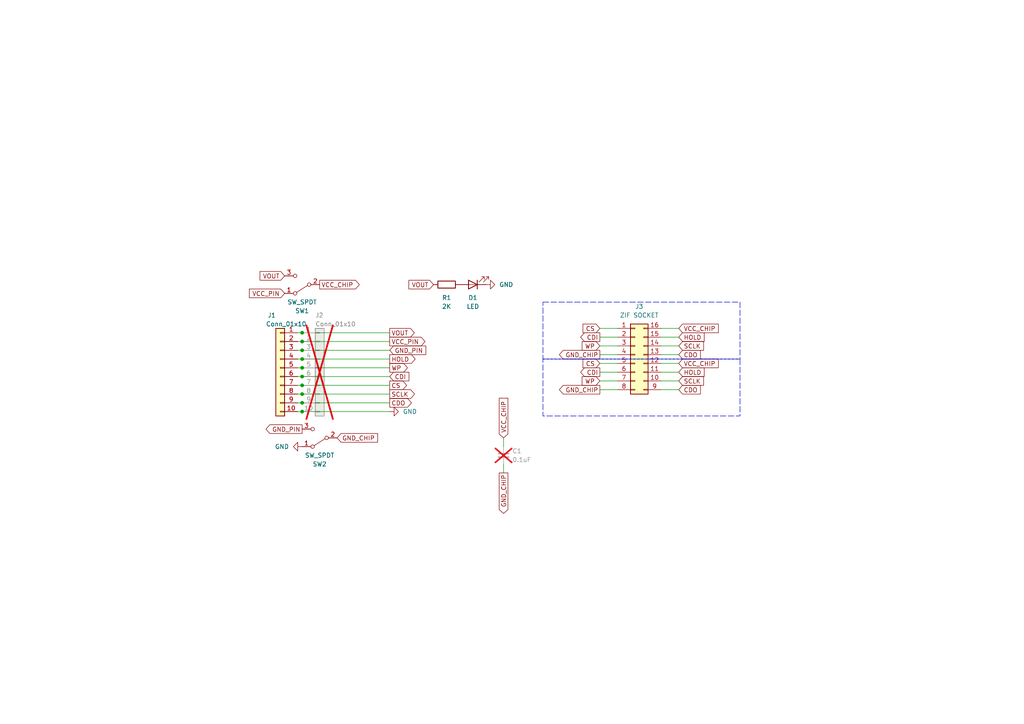
<source format=kicad_sch>
(kicad_sch (version 20250114) (generator "eeschema") (generator_version "9.0")
  (paper "A4")
  (lib_symbols
    (symbol "Connector_Generic:Conn_01x10" (pin_names (offset 1.016) (hide yes))
      (property "Reference" "J" (at 0 12.7 0))
      (property "Value" "Conn_01x10" (at 0 -15.24 0))
      (symbol "Conn_01x10_1_1"
        (rectangle (start -1.27 11.43) (end 1.27 -13.97) (stroke (width 0.254)) (fill (type background)))
        (rectangle (start -1.27 10.287) (end 0 10.033) (stroke (width 0.1524)))
        (rectangle (start -1.27 7.747) (end 0 7.493) (stroke (width 0.1524)))
        (rectangle (start -1.27 5.207) (end 0 4.953) (stroke (width 0.1524)))
        (rectangle (start -1.27 2.667) (end 0 2.413) (stroke (width 0.1524)))
        (rectangle (start -1.27 0.127) (end 0 -0.127) (stroke (width 0.1524)))
        (rectangle (start -1.27 -2.413) (end 0 -2.667) (stroke (width 0.1524)))
        (rectangle (start -1.27 -4.953) (end 0 -5.207) (stroke (width 0.1524)))
        (rectangle (start -1.27 -7.493) (end 0 -7.747) (stroke (width 0.1524)))
        (rectangle (start -1.27 -10.033) (end 0 -10.287) (stroke (width 0.1524)))
        (rectangle (start -1.27 -12.573) (end 0 -12.827) (stroke (width 0.1524)))
        (pin passive line (at -5.08 10.16 0) (length 3.81) (name "Pin_1") (number "1"))
        (pin passive line (at -5.08 7.62 0) (length 3.81) (name "Pin_2") (number "2"))
        (pin passive line (at -5.08 5.08 0) (length 3.81) (name "Pin_3") (number "3"))
        (pin passive line (at -5.08 2.54 0) (length 3.81) (name "Pin_4") (number "4"))
        (pin passive line (at -5.08 0 0) (length 3.81) (name "Pin_5") (number "5"))
        (pin passive line (at -5.08 -2.54 0) (length 3.81) (name "Pin_6") (number "6"))
        (pin passive line (at -5.08 -5.08 0) (length 3.81) (name "Pin_7") (number "7"))
        (pin passive line (at -5.08 -7.62 0) (length 3.81) (name "Pin_8") (number "8"))
        (pin passive line (at -5.08 -10.16 0) (length 3.81) (name "Pin_9") (number "9"))
        (pin passive line (at -5.08 -12.7 0) (length 3.81) (name "Pin_10") (number "10"))
      )
    )
    (symbol "Connector_Generic:Conn_02x08_Counter_Clockwise" (pin_names (offset 1.016) (hide yes))
      (property "Reference" "J" (at 1.27 10.16 0))
      (property "Value" "Conn_02x08_Counter_Clockwise" (at 1.27 -12.7 0))
      (symbol "Conn_02x08_Counter_Clockwise_1_1"
        (rectangle (start -1.27 8.89) (end 3.81 -11.43) (stroke (width 0.254)) (fill (type background)))
        (rectangle (start -1.27 7.747) (end 0 7.493) (stroke (width 0.1524)))
        (rectangle (start -1.27 5.207) (end 0 4.953) (stroke (width 0.1524)))
        (rectangle (start -1.27 2.667) (end 0 2.413) (stroke (width 0.1524)))
        (rectangle (start -1.27 0.127) (end 0 -0.127) (stroke (width 0.1524)))
        (rectangle (start -1.27 -2.413) (end 0 -2.667) (stroke (width 0.1524)))
        (rectangle (start -1.27 -4.953) (end 0 -5.207) (stroke (width 0.1524)))
        (rectangle (start -1.27 -7.493) (end 0 -7.747) (stroke (width 0.1524)))
        (rectangle (start -1.27 -10.033) (end 0 -10.287) (stroke (width 0.1524)))
        (rectangle (start 3.81 7.747) (end 2.54 7.493) (stroke (width 0.1524)))
        (rectangle (start 3.81 5.207) (end 2.54 4.953) (stroke (width 0.1524)))
        (rectangle (start 3.81 2.667) (end 2.54 2.413) (stroke (width 0.1524)))
        (rectangle (start 3.81 0.127) (end 2.54 -0.127) (stroke (width 0.1524)))
        (rectangle (start 3.81 -2.413) (end 2.54 -2.667) (stroke (width 0.1524)))
        (rectangle (start 3.81 -4.953) (end 2.54 -5.207) (stroke (width 0.1524)))
        (rectangle (start 3.81 -7.493) (end 2.54 -7.747) (stroke (width 0.1524)))
        (rectangle (start 3.81 -10.033) (end 2.54 -10.287) (stroke (width 0.1524)))
        (pin passive line (at -5.08 7.62 0) (length 3.81) (name "Pin_1") (number "1"))
        (pin passive line (at -5.08 5.08 0) (length 3.81) (name "Pin_2") (number "2"))
        (pin passive line (at -5.08 2.54 0) (length 3.81) (name "Pin_3") (number "3"))
        (pin passive line (at -5.08 0 0) (length 3.81) (name "Pin_4") (number "4"))
        (pin passive line (at -5.08 -2.54 0) (length 3.81) (name "Pin_5") (number "5"))
        (pin passive line (at -5.08 -5.08 0) (length 3.81) (name "Pin_6") (number "6"))
        (pin passive line (at -5.08 -7.62 0) (length 3.81) (name "Pin_7") (number "7"))
        (pin passive line (at -5.08 -10.16 0) (length 3.81) (name "Pin_8") (number "8"))
        (pin passive line (at 7.62 7.62 180) (length 3.81) (name "Pin_16") (number "16"))
        (pin passive line (at 7.62 5.08 180) (length 3.81) (name "Pin_15") (number "15"))
        (pin passive line (at 7.62 2.54 180) (length 3.81) (name "Pin_14") (number "14"))
        (pin passive line (at 7.62 0 180) (length 3.81) (name "Pin_13") (number "13"))
        (pin passive line (at 7.62 -2.54 180) (length 3.81) (name "Pin_12") (number "12"))
        (pin passive line (at 7.62 -5.08 180) (length 3.81) (name "Pin_11") (number "11"))
        (pin passive line (at 7.62 -7.62 180) (length 3.81) (name "Pin_10") (number "10"))
        (pin passive line (at 7.62 -10.16 180) (length 3.81) (name "Pin_9") (number "9"))
      )
    )
    (symbol "Device:C_Small" (pin_numbers (hide yes)) (pin_names (offset 0.254) (hide yes))
      (property "Reference" "C" (at 0.254 1.778 0))
      (property "Value" "C_Small" (at 0.254 -2.032 0))
      (symbol "C_Small_0_1"
        (polyline (pts (xy -1.524 0.508) (xy 1.524 0.508)) (stroke (width 0.3048)))
        (polyline (pts (xy -1.524 -0.508) (xy 1.524 -0.508)) (stroke (width 0.3302)))
      )
      (symbol "C_Small_1_1"
        (pin passive line (at 0 2.54 270) (length 2.032) (name "~") (number "1"))
        (pin passive line (at 0 -2.54 90) (length 2.032) (name "~") (number "2"))
      )
    )
    (symbol "Device:LED" (pin_numbers (hide yes)) (pin_names (offset 1.016) (hide yes))
      (property "Reference" "D" (at 0 2.54 0))
      (property "Value" "LED" (at 0 -2.54 0))
      (symbol "LED_0_1"
        (polyline (pts (xy -3.048 -0.762) (xy -4.572 -2.286) (xy -3.81 -2.286) (xy -4.572 -2.286) (xy -4.572 -1.524)))
        (polyline (pts (xy -1.778 -0.762) (xy -3.302 -2.286) (xy -2.54 -2.286) (xy -3.302 -2.286) (xy -3.302 -1.524)))
        (polyline (pts (xy -1.27 0) (xy 1.27 0)))
        (polyline (pts (xy -1.27 -1.27) (xy -1.27 1.27)) (stroke (width 0.254)))
        (polyline (pts (xy 1.27 -1.27) (xy 1.27 1.27) (xy -1.27 0) (xy 1.27 -1.27)) (stroke (width 0.254)))
      )
      (symbol "LED_1_1"
        (pin passive line (at -3.81 0 0) (length 2.54) (name "K") (number "1"))
        (pin passive line (at 3.81 0 180) (length 2.54) (name "A") (number "2"))
      )
    )
    (symbol "Device:R" (pin_numbers (hide yes)) (pin_names (offset 0))
      (property "Reference" "R" (at 2.032 0 90))
      (property "Value" "R" (at 0 0 90))
      (symbol "R_0_1"
        (rectangle (start -1.016 -2.54) (end 1.016 2.54) (stroke (width 0.254)))
      )
      (symbol "R_1_1"
        (pin passive line (at 0 3.81 270) (length 1.27) (name "~") (number "1"))
        (pin passive line (at 0 -3.81 90) (length 1.27) (name "~") (number "2"))
      )
    )
    (symbol "Switch:SW_SPDT" (pin_names (offset 0) (hide yes))
      (property "Reference" "SW" (at 0 4.318 0))
      (property "Value" "SW_SPDT" (at 0 -5.08 0))
      (symbol "SW_SPDT_0_0"
        (circle (center -2.032 0) (radius 0.508))
        (circle (center 2.032 -2.54) (radius 0.508))
      )
      (symbol "SW_SPDT_0_1"
        (polyline (pts (xy -1.524 0.254) (xy 1.651 2.286)))
        (circle (center 2.032 2.54) (radius 0.508))
      )
      (symbol "SW_SPDT_1_1"
        (pin passive line (at -5.08 0 0) (length 2.54) (name "B") (number "2"))
        (pin passive line (at 5.08 2.54 180) (length 2.54) (name "A") (number "1"))
        (pin passive line (at 5.08 -2.54 180) (length 2.54) (name "C") (number "3"))
      )
    )
    (symbol "power:GND" (power) (pin_names (offset 0))
      (property "Value" "GND" (at 0 -3.81 0))
      (symbol "GND_0_1"
        (polyline (pts (xy 0 0) (xy 0 -1.27) (xy 1.27 -1.27) (xy 0 -2.54) (xy -1.27 -1.27) (xy 0 -1.27)))
      )
      (symbol "GND_1_1"
        (pin power_in line (at 0 0 270) (length 0) (hide yes) (name "GND") (number "1"))
      )
    )
  )
  (rectangle (start 157.48 87.63) (end 214.63 104.14) (stroke (width 0) (type dash)))
  (rectangle (start 157.48 104.14) (end 214.63 120.65) (stroke (width 0) (type dash)))
  (junction (at 87.63 104.14))
  (junction (at 87.63 96.52))
  (junction (at 87.63 114.3))
  (junction (at 87.63 99.06))
  (junction (at 87.63 116.84))
  (junction (at 87.63 109.22))
  (junction (at 87.63 101.6))
  (junction (at 87.63 111.76))
  (junction (at 87.63 106.68))
  (junction (at 87.63 119.38))
  (wire (pts (xy 113.03 109.22) (xy 87.63 109.22)))
  (wire (pts (xy 113.03 101.6) (xy 87.63 101.6)))
  (wire (pts (xy 191.77 107.95) (xy 196.85 107.95)))
  (wire (pts (xy 87.63 116.84) (xy 86.36 116.84)))
  (wire (pts (xy 173.99 113.03) (xy 179.07 113.03)))
  (wire (pts (xy 173.99 105.41) (xy 179.07 105.41)))
  (wire (pts (xy 87.63 119.38) (xy 86.36 119.38)))
  (wire (pts (xy 113.03 96.52) (xy 87.63 96.52)))
  (wire (pts (xy 191.77 95.25) (xy 196.85 95.25)))
  (wire (pts (xy 87.63 96.52) (xy 86.36 96.52)))
  (wire (pts (xy 113.03 99.06) (xy 87.63 99.06)))
  (wire (pts (xy 87.63 106.68) (xy 86.36 106.68)))
  (wire (pts (xy 113.03 111.76) (xy 87.63 111.76)))
  (wire (pts (xy 113.03 119.38) (xy 87.63 119.38)))
  (wire (pts (xy 87.63 104.14) (xy 86.36 104.14)))
  (wire (pts (xy 87.63 109.22) (xy 86.36 109.22)))
  (wire (pts (xy 87.63 101.6) (xy 86.36 101.6)))
  (wire (pts (xy 113.03 114.3) (xy 87.63 114.3)))
  (wire (pts (xy 173.99 102.87) (xy 179.07 102.87)))
  (wire (pts (xy 191.77 110.49) (xy 196.85 110.49)))
  (wire (pts (xy 146.05 127) (xy 146.05 129.54)))
  (wire (pts (xy 173.99 110.49) (xy 179.07 110.49)))
  (wire (pts (xy 173.99 107.95) (xy 179.07 107.95)))
  (wire (pts (xy 191.77 105.41) (xy 196.85 105.41)))
  (wire (pts (xy 87.63 99.06) (xy 86.36 99.06)))
  (wire (pts (xy 173.99 100.33) (xy 179.07 100.33)))
  (wire (pts (xy 173.99 95.25) (xy 179.07 95.25)))
  (wire (pts (xy 191.77 100.33) (xy 196.85 100.33)))
  (wire (pts (xy 87.63 111.76) (xy 86.36 111.76)))
  (wire (pts (xy 191.77 97.79) (xy 196.85 97.79)))
  (wire (pts (xy 113.03 104.14) (xy 87.63 104.14)))
  (wire (pts (xy 146.05 134.62) (xy 146.05 137.16)))
  (wire (pts (xy 87.63 114.3) (xy 86.36 114.3)))
  (wire (pts (xy 173.99 97.79) (xy 179.07 97.79)))
  (wire (pts (xy 113.03 116.84) (xy 87.63 116.84)))
  (wire (pts (xy 113.03 106.68) (xy 87.63 106.68)))
  (wire (pts (xy 191.77 102.87) (xy 196.85 102.87)))
  (wire (pts (xy 191.77 113.03) (xy 196.85 113.03)))
  (global_label "CDI" (shape input) (at 113.03 109.22 0) (property "Intersheetrefs" "${INTERSHEET_REFS}" (effects (hide yes))))
  (global_label "GND_CHIP" (shape output) (at 173.99 113.03 180) (property "Intersheetrefs" "${INTERSHEET_REFS}" (effects (hide yes))))
  (global_label "CS" (shape input) (at 173.99 105.41 180) (property "Intersheetrefs" "${INTERSHEET_REFS}" (effects (hide yes))))
  (global_label "WP" (shape input) (at 173.99 100.33 180) (property "Intersheetrefs" "${INTERSHEET_REFS}" (effects (hide yes))))
  (global_label "HOLD" (shape input) (at 196.85 107.95 0) (property "Intersheetrefs" "${INTERSHEET_REFS}" (effects (hide yes))))
  (global_label "GND_CHIP" (shape output) (at 173.99 102.87 180) (property "Intersheetrefs" "${INTERSHEET_REFS}" (effects (hide yes))))
  (global_label "GND_CHIP" (shape output) (at 146.05 137.16 270) (property "Intersheetrefs" "${INTERSHEET_REFS}" (effects (hide yes))))
  (global_label "CDO" (shape output) (at 113.03 116.84 0) (property "Intersheetrefs" "${INTERSHEET_REFS}" (effects (hide yes))))
  (global_label "GND_PIN" (shape input) (at 113.03 101.6 0) (property "Intersheetrefs" "${INTERSHEET_REFS}" (effects (hide yes))))
  (global_label "VCC_CHIP" (shape input) (at 196.85 105.41 0) (property "Intersheetrefs" "${INTERSHEET_REFS}" (effects (hide yes))))
  (global_label "CS" (shape output) (at 113.03 111.76 0) (property "Intersheetrefs" "${INTERSHEET_REFS}" (effects (hide yes))))
  (global_label "WP" (shape input) (at 173.99 110.49 180) (property "Intersheetrefs" "${INTERSHEET_REFS}" (effects (hide yes))))
  (global_label "HOLD" (shape output) (at 113.03 104.14 0) (property "Intersheetrefs" "${INTERSHEET_REFS}" (effects (hide yes))))
  (global_label "VCC_CHIP" (shape output) (at 92.71 82.55 0) (property "Intersheetrefs" "${INTERSHEET_REFS}" (effects (hide yes))))
  (global_label "SCLK" (shape input) (at 196.85 100.33 0) (property "Intersheetrefs" "${INTERSHEET_REFS}" (effects (hide yes))))
  (global_label "VOUT" (shape input) (at 82.55 80.01 180) (property "Intersheetrefs" "${INTERSHEET_REFS}" (effects (hide yes))))
  (global_label "GND_PIN" (shape output) (at 87.63 124.46 180) (property "Intersheetrefs" "${INTERSHEET_REFS}" (effects (hide yes))))
  (global_label "CDI" (shape output) (at 173.99 97.79 180) (property "Intersheetrefs" "${INTERSHEET_REFS}" (effects (hide yes))))
  (global_label "CDO" (shape input) (at 196.85 102.87 0) (property "Intersheetrefs" "${INTERSHEET_REFS}" (effects (hide yes))))
  (global_label "SCLK" (shape input) (at 196.85 110.49 0) (property "Intersheetrefs" "${INTERSHEET_REFS}" (effects (hide yes))))
  (global_label "VCC_PIN" (shape output) (at 113.03 99.06 0) (property "Intersheetrefs" "${INTERSHEET_REFS}" (effects (hide yes))))
  (global_label "VCC_PIN" (shape input) (at 82.55 85.09 180) (property "Intersheetrefs" "${INTERSHEET_REFS}" (effects (hide yes))))
  (global_label "WP" (shape output) (at 113.03 106.68 0) (property "Intersheetrefs" "${INTERSHEET_REFS}" (effects (hide yes))))
  (global_label "CDO" (shape input) (at 196.85 113.03 0) (property "Intersheetrefs" "${INTERSHEET_REFS}" (effects (hide yes))))
  (global_label "SCLK" (shape output) (at 113.03 114.3 0) (property "Intersheetrefs" "${INTERSHEET_REFS}" (effects (hide yes))))
  (global_label "VCC_CHIP" (shape input) (at 196.85 95.25 0) (property "Intersheetrefs" "${INTERSHEET_REFS}" (effects (hide yes))))
  (global_label "VOUT" (shape input) (at 125.73 82.55 180) (property "Intersheetrefs" "${INTERSHEET_REFS}" (effects (hide yes))))
  (global_label "VCC_CHIP" (shape input) (at 146.05 127 90) (property "Intersheetrefs" "${INTERSHEET_REFS}" (effects (hide yes))))
  (global_label "VOUT" (shape output) (at 113.03 96.52 0) (property "Intersheetrefs" "${INTERSHEET_REFS}" (effects (hide yes))))
  (global_label "GND_CHIP" (shape input) (at 97.79 127 0) (property "Intersheetrefs" "${INTERSHEET_REFS}" (effects (hide yes))))
  (global_label "HOLD" (shape input) (at 196.85 97.79 0) (property "Intersheetrefs" "${INTERSHEET_REFS}" (effects (hide yes))))
  (global_label "CDI" (shape output) (at 173.99 107.95 180) (property "Intersheetrefs" "${INTERSHEET_REFS}" (effects (hide yes))))
  (global_label "CS" (shape input) (at 173.99 95.25 180) (property "Intersheetrefs" "${INTERSHEET_REFS}" (effects (hide yes))))
  (symbol (lib_id "Switch:SW_SPDT") (at 87.63 82.55 180) (unit 1)
    (property "Reference" "SW1" (at 87.63 90.17 0))
    (property "Value" "SW_SPDT" (at 87.63 87.63 0))
    (property "Footprint" "Button_Switch_SMD:SW_SPDT_PCM12" (effects (hide yes)))
  )
  (symbol (lib_id "Switch:SW_SPDT") (at 92.71 127 180) (unit 1)
    (property "Reference" "SW2" (at 92.71 134.62 0))
    (property "Value" "SW_SPDT" (at 92.71 132.08 0))
    (property "Footprint" "Button_Switch_SMD:SW_SPDT_PCM12" (effects (hide yes)))
  )
  (symbol (lib_id "Connector_Generic:Conn_02x08_Counter_Clockwise") (at 184.15 102.87 0) (unit 1)
    (property "Reference" "J3" (at 185.42 88.9 0))
    (property "Value" "ZIF SOCKET" (at 185.42 91.44 0))
    (property "Footprint" "Socket:DIP_Socket-16_W4.3_W5.08_W7.62_W10.16_W10.9_3M_216-3340-00-0602J" (effects (hide yes)))
  )
  (symbol (lib_id "Device:LED") (at 137.16 82.55 180) (unit 1)
    (property "Reference" "D1" (at 137.16 86.36 0))
    (property "Value" "LED" (at 137.16 88.9 0))
    (property "Footprint" "LED_SMD:LED_0805_2012Metric" (effects (hide yes)))
  )
  (symbol (lib_id "Device:R") (at 129.54 82.55 90) (unit 1)
    (property "Reference" "R1" (at 129.54 86.36 90))
    (property "Value" "2K" (at 129.54 88.9 90))
    (property "Footprint" "Resistor_SMD:R_0805_2012Metric" (effects (hide yes)))
  )
  (symbol (lib_id "Connector_Generic:Conn_01x10") (at 92.71 106.68 0) (unit 1) (in_bom no) (dnp yes)
    (property "Reference" "J2" (at 91.44 91.44 0) (effects (justify left)))
    (property "Value" "Conn_01x10" (at 91.44 93.98 0) (effects (justify left)))
    (property "Footprint" "Connector_PinHeader_2.54mm:PinHeader_1x10_P2.54mm_Vertical" (effects (hide yes)))
  )
  (symbol (lib_id "power:GND") (at 87.63 129.54 270) (unit 1)
    (property "Reference" "#PWR03" (effects (hide yes)))
    (property "Value" "GND" (at 83.82 129.54 90) (effects (justify right)))
  )
  (symbol (lib_id "power:GND") (at 140.97 82.55 90) (unit 1)
    (property "Reference" "#PWR02" (effects (hide yes)))
    (property "Value" "GND" (at 144.78 82.55 90) (effects (justify right)))
  )
  (symbol (lib_id "power:GND") (at 113.03 119.38 90) (unit 1)
    (property "Reference" "#PWR01" (effects (hide yes)))
    (property "Value" "GND" (at 116.84 119.38 90) (effects (justify right)))
  )
  (symbol (lib_id "Device:C_Small") (at 146.05 132.08 0) (unit 1) (in_bom no) (dnp yes)
    (property "Reference" "C1" (at 148.59 130.8163 0) (effects (justify left)))
    (property "Value" "0.1uF" (at 148.59 133.3563 0) (effects (justify left)))
    (property "Footprint" "Capacitor_SMD:C_0805_2012Metric" (effects (hide yes)))
  )
  (symbol (lib_id "Connector_Generic:Conn_01x10") (at 81.28 106.68 0) (mirror y) (unit 1)
    (property "Reference" "J1" (at 80.01 91.44 0) (effects (justify left)))
    (property "Value" "Conn_01x10" (at 88.9 93.98 0) (effects (justify left)))
    (property "Footprint" "Connector_PinSocket_2.54mm:PinSocket_1x10_P2.54mm_Horizontal" (effects (hide yes)))
  )
)
</source>
